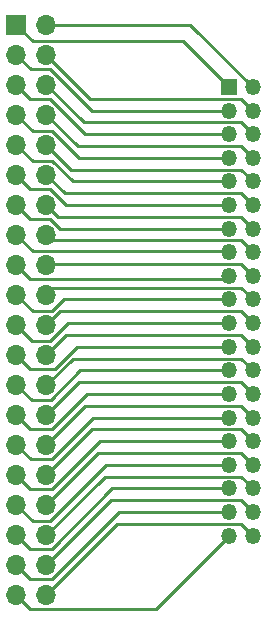
<source format=gbr>
%TF.GenerationSoftware,KiCad,Pcbnew,7.0.7*%
%TF.CreationDate,2023-09-14T14:18:27+01:00*%
%TF.ProjectId,2.00mm-2.54mm Adapter,322e3030-6d6d-42d3-922e-35346d6d2041,rev?*%
%TF.SameCoordinates,Original*%
%TF.FileFunction,Copper,L1,Top*%
%TF.FilePolarity,Positive*%
%FSLAX46Y46*%
G04 Gerber Fmt 4.6, Leading zero omitted, Abs format (unit mm)*
G04 Created by KiCad (PCBNEW 7.0.7) date 2023-09-14 14:18:27*
%MOMM*%
%LPD*%
G01*
G04 APERTURE LIST*
%TA.AperFunction,ComponentPad*%
%ADD10R,1.700000X1.700000*%
%TD*%
%TA.AperFunction,ComponentPad*%
%ADD11O,1.700000X1.700000*%
%TD*%
%TA.AperFunction,ComponentPad*%
%ADD12R,1.350000X1.350000*%
%TD*%
%TA.AperFunction,ComponentPad*%
%ADD13O,1.350000X1.350000*%
%TD*%
%TA.AperFunction,Conductor*%
%ADD14C,0.250000*%
%TD*%
G04 APERTURE END LIST*
D10*
%TO.P,J102,1,Pin_1*%
%TO.N,/L1*%
X121000000Y-71740000D03*
D11*
%TO.P,J102,2,Pin_2*%
%TO.N,/R1*%
X123540000Y-71740000D03*
%TO.P,J102,3,Pin_3*%
%TO.N,/L2*%
X121000000Y-74280000D03*
%TO.P,J102,4,Pin_4*%
%TO.N,/R2*%
X123540000Y-74280000D03*
%TO.P,J102,5,Pin_5*%
%TO.N,/L3*%
X121000000Y-76820000D03*
%TO.P,J102,6,Pin_6*%
%TO.N,/R3*%
X123540000Y-76820000D03*
%TO.P,J102,7,Pin_7*%
%TO.N,/L4*%
X121000000Y-79360000D03*
%TO.P,J102,8,Pin_8*%
%TO.N,/R4*%
X123540000Y-79360000D03*
%TO.P,J102,9,Pin_9*%
%TO.N,/L5*%
X121000000Y-81900000D03*
%TO.P,J102,10,Pin_10*%
%TO.N,/R5*%
X123540000Y-81900000D03*
%TO.P,J102,11,Pin_11*%
%TO.N,/L6*%
X121000000Y-84440000D03*
%TO.P,J102,12,Pin_12*%
%TO.N,/R6*%
X123540000Y-84440000D03*
%TO.P,J102,13,Pin_13*%
%TO.N,/L7*%
X121000000Y-86980000D03*
%TO.P,J102,14,Pin_14*%
%TO.N,/R7*%
X123540000Y-86980000D03*
%TO.P,J102,15,Pin_15*%
%TO.N,/L8*%
X121000000Y-89520000D03*
%TO.P,J102,16,Pin_16*%
%TO.N,/R8*%
X123540000Y-89520000D03*
%TO.P,J102,17,Pin_17*%
%TO.N,/L9*%
X121000000Y-92060000D03*
%TO.P,J102,18,Pin_18*%
%TO.N,/R9*%
X123540000Y-92060000D03*
%TO.P,J102,19,Pin_19*%
%TO.N,/L10*%
X121000000Y-94600000D03*
%TO.P,J102,20,Pin_20*%
%TO.N,/R10*%
X123540000Y-94600000D03*
%TO.P,J102,21,Pin_21*%
%TO.N,/L11*%
X121000000Y-97140000D03*
%TO.P,J102,22,Pin_22*%
%TO.N,/R11*%
X123540000Y-97140000D03*
%TO.P,J102,23,Pin_23*%
%TO.N,/L12*%
X121000000Y-99680000D03*
%TO.P,J102,24,Pin_24*%
%TO.N,/R12*%
X123540000Y-99680000D03*
%TO.P,J102,25,Pin_25*%
%TO.N,/L13*%
X121000000Y-102220000D03*
%TO.P,J102,26,Pin_26*%
%TO.N,/R13*%
X123540000Y-102220000D03*
%TO.P,J102,27,Pin_27*%
%TO.N,/L14*%
X121000000Y-104760000D03*
%TO.P,J102,28,Pin_28*%
%TO.N,/R14*%
X123540000Y-104760000D03*
%TO.P,J102,29,Pin_29*%
%TO.N,/L15*%
X121000000Y-107300000D03*
%TO.P,J102,30,Pin_30*%
%TO.N,/R15*%
X123540000Y-107300000D03*
%TO.P,J102,31,Pin_31*%
%TO.N,/L16*%
X121000000Y-109840000D03*
%TO.P,J102,32,Pin_32*%
%TO.N,/R16*%
X123540000Y-109840000D03*
%TO.P,J102,33,Pin_33*%
%TO.N,/L17*%
X121000000Y-112380000D03*
%TO.P,J102,34,Pin_34*%
%TO.N,/R17*%
X123540000Y-112380000D03*
%TO.P,J102,35,Pin_35*%
%TO.N,/L18*%
X121000000Y-114920000D03*
%TO.P,J102,36,Pin_36*%
%TO.N,/R18*%
X123540000Y-114920000D03*
%TO.P,J102,37,Pin_37*%
%TO.N,/L19*%
X121000000Y-117460000D03*
%TO.P,J102,38,Pin_38*%
%TO.N,/R19*%
X123540000Y-117460000D03*
%TO.P,J102,39,Pin_39*%
%TO.N,/L20*%
X121000000Y-120000000D03*
%TO.P,J102,40,Pin_40*%
%TO.N,/R20*%
X123540000Y-120000000D03*
%TD*%
D12*
%TO.P,J101,1,Pin_1*%
%TO.N,/L1*%
X139000000Y-77000000D03*
D13*
%TO.P,J101,2,Pin_2*%
%TO.N,/R1*%
X141000000Y-77000000D03*
%TO.P,J101,3,Pin_3*%
%TO.N,/L2*%
X139000000Y-79000000D03*
%TO.P,J101,4,Pin_4*%
%TO.N,/R2*%
X141000000Y-79000000D03*
%TO.P,J101,5,Pin_5*%
%TO.N,/L3*%
X139000000Y-81000000D03*
%TO.P,J101,6,Pin_6*%
%TO.N,/R3*%
X141000000Y-81000000D03*
%TO.P,J101,7,Pin_7*%
%TO.N,/L4*%
X139000000Y-83000000D03*
%TO.P,J101,8,Pin_8*%
%TO.N,/R4*%
X141000000Y-83000000D03*
%TO.P,J101,9,Pin_9*%
%TO.N,/L5*%
X139000000Y-85000000D03*
%TO.P,J101,10,Pin_10*%
%TO.N,/R5*%
X141000000Y-85000000D03*
%TO.P,J101,11,Pin_11*%
%TO.N,/L6*%
X139000000Y-87000000D03*
%TO.P,J101,12,Pin_12*%
%TO.N,/R6*%
X141000000Y-87000000D03*
%TO.P,J101,13,Pin_13*%
%TO.N,/L7*%
X139000000Y-89000000D03*
%TO.P,J101,14,Pin_14*%
%TO.N,/R7*%
X141000000Y-89000000D03*
%TO.P,J101,15,Pin_15*%
%TO.N,/L8*%
X139000000Y-91000000D03*
%TO.P,J101,16,Pin_16*%
%TO.N,/R8*%
X141000000Y-91000000D03*
%TO.P,J101,17,Pin_17*%
%TO.N,/L9*%
X139000000Y-93000000D03*
%TO.P,J101,18,Pin_18*%
%TO.N,/R9*%
X141000000Y-93000000D03*
%TO.P,J101,19,Pin_19*%
%TO.N,/L10*%
X139000000Y-95000000D03*
%TO.P,J101,20,Pin_20*%
%TO.N,/R10*%
X141000000Y-95000000D03*
%TO.P,J101,21,Pin_21*%
%TO.N,/L11*%
X139000000Y-97000000D03*
%TO.P,J101,22,Pin_22*%
%TO.N,/R11*%
X141000000Y-97000000D03*
%TO.P,J101,23,Pin_23*%
%TO.N,/L12*%
X139000000Y-99000000D03*
%TO.P,J101,24,Pin_24*%
%TO.N,/R12*%
X141000000Y-99000000D03*
%TO.P,J101,25,Pin_25*%
%TO.N,/L13*%
X139000000Y-101000000D03*
%TO.P,J101,26,Pin_26*%
%TO.N,/R13*%
X141000000Y-101000000D03*
%TO.P,J101,27,Pin_27*%
%TO.N,/L14*%
X139000000Y-103000000D03*
%TO.P,J101,28,Pin_28*%
%TO.N,/R14*%
X141000000Y-103000000D03*
%TO.P,J101,29,Pin_29*%
%TO.N,/L15*%
X139000000Y-105000000D03*
%TO.P,J101,30,Pin_30*%
%TO.N,/R15*%
X141000000Y-105000000D03*
%TO.P,J101,31,Pin_31*%
%TO.N,/L16*%
X139000000Y-107000000D03*
%TO.P,J101,32,Pin_32*%
%TO.N,/R16*%
X141000000Y-107000000D03*
%TO.P,J101,33,Pin_33*%
%TO.N,/L17*%
X139000000Y-109000000D03*
%TO.P,J101,34,Pin_34*%
%TO.N,/R17*%
X141000000Y-109000000D03*
%TO.P,J101,35,Pin_35*%
%TO.N,/L18*%
X139000000Y-111000000D03*
%TO.P,J101,36,Pin_36*%
%TO.N,/R18*%
X141000000Y-111000000D03*
%TO.P,J101,37,Pin_37*%
%TO.N,/L19*%
X139000000Y-113000000D03*
%TO.P,J101,38,Pin_38*%
%TO.N,/R19*%
X141000000Y-113000000D03*
%TO.P,J101,39,Pin_39*%
%TO.N,/L20*%
X139000000Y-115000000D03*
%TO.P,J101,40,Pin_40*%
%TO.N,/R20*%
X141000000Y-115000000D03*
%TD*%
D14*
%TO.N,/L1*%
X122365000Y-73105000D02*
X121000000Y-71740000D01*
X139000000Y-77000000D02*
X135105000Y-73105000D01*
X135105000Y-73105000D02*
X122365000Y-73105000D01*
%TO.N,/R1*%
X141000000Y-77000000D02*
X135740000Y-71740000D01*
X135740000Y-71740000D02*
X123540000Y-71740000D01*
%TO.N,/L2*%
X127381701Y-79000000D02*
X123881701Y-75500000D01*
X122220000Y-75500000D02*
X121000000Y-74280000D01*
X123881701Y-75500000D02*
X122220000Y-75500000D01*
X139000000Y-79000000D02*
X127381701Y-79000000D01*
%TO.N,/R2*%
X140000000Y-78000000D02*
X127260000Y-78000000D01*
X141000000Y-79000000D02*
X140000000Y-78000000D01*
X127260000Y-78000000D02*
X123540000Y-74280000D01*
%TO.N,/L3*%
X123841701Y-78000000D02*
X122180000Y-78000000D01*
X126841701Y-81000000D02*
X123841701Y-78000000D01*
X139000000Y-81000000D02*
X126841701Y-81000000D01*
X122180000Y-78000000D02*
X121000000Y-76820000D01*
%TO.N,/R3*%
X126720000Y-80000000D02*
X123540000Y-76820000D01*
X140000000Y-80000000D02*
X126720000Y-80000000D01*
X141000000Y-81000000D02*
X140000000Y-80000000D01*
%TO.N,/L4*%
X122365000Y-80725000D02*
X121000000Y-79360000D01*
X124026701Y-80725000D02*
X122365000Y-80725000D01*
X139000000Y-83000000D02*
X126301701Y-83000000D01*
X126301701Y-83000000D02*
X124026701Y-80725000D01*
%TO.N,/R4*%
X141000000Y-83000000D02*
X140000000Y-82000000D01*
X126180000Y-82000000D02*
X123540000Y-79360000D01*
X140000000Y-82000000D02*
X126180000Y-82000000D01*
%TO.N,/L5*%
X139000000Y-85000000D02*
X125761701Y-85000000D01*
X124026701Y-83265000D02*
X122365000Y-83265000D01*
X125761701Y-85000000D02*
X124026701Y-83265000D01*
X122365000Y-83265000D02*
X121000000Y-81900000D01*
%TO.N,/R5*%
X141000000Y-85000000D02*
X140000000Y-84000000D01*
X140000000Y-84000000D02*
X125640000Y-84000000D01*
X125640000Y-84000000D02*
X123540000Y-81900000D01*
%TO.N,/L6*%
X139000000Y-87000000D02*
X125221701Y-87000000D01*
X122175000Y-85615000D02*
X121000000Y-84440000D01*
X125221701Y-87000000D02*
X123836701Y-85615000D01*
X123836701Y-85615000D02*
X122175000Y-85615000D01*
%TO.N,/R6*%
X140000000Y-86000000D02*
X125100000Y-86000000D01*
X125100000Y-86000000D02*
X123540000Y-84440000D01*
X141000000Y-87000000D02*
X140000000Y-86000000D01*
%TO.N,/L7*%
X123836701Y-88155000D02*
X122175000Y-88155000D01*
X124681701Y-89000000D02*
X123836701Y-88155000D01*
X139000000Y-89000000D02*
X124681701Y-89000000D01*
X122175000Y-88155000D02*
X121000000Y-86980000D01*
%TO.N,/R7*%
X141000000Y-89000000D02*
X140000000Y-88000000D01*
X140000000Y-88000000D02*
X124560000Y-88000000D01*
X124560000Y-88000000D02*
X123540000Y-86980000D01*
%TO.N,/L8*%
X122365000Y-90885000D02*
X121000000Y-89520000D01*
X139000000Y-91000000D02*
X138885000Y-90885000D01*
X138885000Y-90885000D02*
X122365000Y-90885000D01*
%TO.N,/R8*%
X141000000Y-91000000D02*
X140000000Y-90000000D01*
X124020000Y-90000000D02*
X123540000Y-89520000D01*
X140000000Y-90000000D02*
X124020000Y-90000000D01*
%TO.N,/L9*%
X139000000Y-93000000D02*
X138765000Y-93235000D01*
X122175000Y-93235000D02*
X121000000Y-92060000D01*
X138765000Y-93235000D02*
X122175000Y-93235000D01*
%TO.N,/R9*%
X123600000Y-92000000D02*
X123540000Y-92060000D01*
X140000000Y-92000000D02*
X123600000Y-92000000D01*
X141000000Y-93000000D02*
X140000000Y-92000000D01*
%TO.N,/L10*%
X122365000Y-95965000D02*
X121000000Y-94600000D01*
X124991701Y-95000000D02*
X124026701Y-95965000D01*
X139000000Y-95000000D02*
X124991701Y-95000000D01*
X124026701Y-95965000D02*
X122365000Y-95965000D01*
%TO.N,/R10*%
X140000000Y-94000000D02*
X124140000Y-94000000D01*
X141000000Y-95000000D02*
X140000000Y-94000000D01*
X124140000Y-94000000D02*
X123540000Y-94600000D01*
%TO.N,/L11*%
X125341701Y-97000000D02*
X123841701Y-98500000D01*
X139000000Y-97000000D02*
X125341701Y-97000000D01*
X123841701Y-98500000D02*
X122360000Y-98500000D01*
X122360000Y-98500000D02*
X121000000Y-97140000D01*
%TO.N,/R11*%
X124680000Y-96000000D02*
X123540000Y-97140000D01*
X140000000Y-96000000D02*
X124680000Y-96000000D01*
X141000000Y-97000000D02*
X140000000Y-96000000D01*
%TO.N,/L12*%
X122175000Y-100855000D02*
X121000000Y-99680000D01*
X124268604Y-100855000D02*
X122175000Y-100855000D01*
X139000000Y-99000000D02*
X126123604Y-99000000D01*
X126123604Y-99000000D02*
X124268604Y-100855000D01*
%TO.N,/R12*%
X141000000Y-99000000D02*
X140000000Y-98000000D01*
X125220000Y-98000000D02*
X123540000Y-99680000D01*
X140000000Y-98000000D02*
X125220000Y-98000000D01*
%TO.N,/L13*%
X126421701Y-101000000D02*
X123921701Y-103500000D01*
X139000000Y-101000000D02*
X126421701Y-101000000D01*
X122280000Y-103500000D02*
X121000000Y-102220000D01*
X123921701Y-103500000D02*
X122280000Y-103500000D01*
%TO.N,/R13*%
X140000000Y-100000000D02*
X125760000Y-100000000D01*
X141000000Y-101000000D02*
X140000000Y-100000000D01*
X125760000Y-100000000D02*
X123540000Y-102220000D01*
%TO.N,/L14*%
X126961701Y-103000000D02*
X124026701Y-105935000D01*
X139000000Y-103000000D02*
X126961701Y-103000000D01*
X122175000Y-105935000D02*
X121000000Y-104760000D01*
X124026701Y-105935000D02*
X122175000Y-105935000D01*
%TO.N,/R14*%
X141000000Y-103000000D02*
X140000000Y-102000000D01*
X126300000Y-102000000D02*
X123540000Y-104760000D01*
X140000000Y-102000000D02*
X126300000Y-102000000D01*
%TO.N,/L15*%
X124001701Y-108500000D02*
X122200000Y-108500000D01*
X139000000Y-105000000D02*
X127501701Y-105000000D01*
X122200000Y-108500000D02*
X121000000Y-107300000D01*
X127501701Y-105000000D02*
X124001701Y-108500000D01*
%TO.N,/R15*%
X140000000Y-104000000D02*
X126840000Y-104000000D01*
X126840000Y-104000000D02*
X123540000Y-107300000D01*
X141000000Y-105000000D02*
X140000000Y-104000000D01*
%TO.N,/L16*%
X124026701Y-111015000D02*
X122175000Y-111015000D01*
X128041701Y-107000000D02*
X124026701Y-111015000D01*
X122175000Y-111015000D02*
X121000000Y-109840000D01*
X139000000Y-107000000D02*
X128041701Y-107000000D01*
%TO.N,/R16*%
X141000000Y-107000000D02*
X140000000Y-106000000D01*
X140000000Y-106000000D02*
X127380000Y-106000000D01*
X127380000Y-106000000D02*
X123540000Y-109840000D01*
%TO.N,/L17*%
X123836701Y-113745000D02*
X122365000Y-113745000D01*
X139000000Y-109000000D02*
X128581701Y-109000000D01*
X128581701Y-109000000D02*
X123836701Y-113745000D01*
X122365000Y-113745000D02*
X121000000Y-112380000D01*
%TO.N,/R17*%
X127920000Y-108000000D02*
X123540000Y-112380000D01*
X141000000Y-109000000D02*
X140000000Y-108000000D01*
X140000000Y-108000000D02*
X127920000Y-108000000D01*
%TO.N,/L18*%
X124026701Y-116095000D02*
X122175000Y-116095000D01*
X122175000Y-116095000D02*
X121000000Y-114920000D01*
X129121701Y-111000000D02*
X124026701Y-116095000D01*
X139000000Y-111000000D02*
X129121701Y-111000000D01*
%TO.N,/R18*%
X128460000Y-110000000D02*
X123540000Y-114920000D01*
X140000000Y-110000000D02*
X128460000Y-110000000D01*
X141000000Y-111000000D02*
X140000000Y-110000000D01*
%TO.N,/L19*%
X122175000Y-118635000D02*
X121000000Y-117460000D01*
X129661701Y-113000000D02*
X124026701Y-118635000D01*
X124026701Y-118635000D02*
X122175000Y-118635000D01*
X139000000Y-113000000D02*
X129661701Y-113000000D01*
%TO.N,/R19*%
X141000000Y-113000000D02*
X140000000Y-112000000D01*
X129000000Y-112000000D02*
X123540000Y-117460000D01*
X140000000Y-112000000D02*
X129000000Y-112000000D01*
%TO.N,/L20*%
X122175000Y-121175000D02*
X121000000Y-120000000D01*
X139000000Y-115000000D02*
X132825000Y-121175000D01*
X132825000Y-121175000D02*
X122175000Y-121175000D01*
%TO.N,/R20*%
X140000000Y-114000000D02*
X129540000Y-114000000D01*
X129540000Y-114000000D02*
X123540000Y-120000000D01*
X141000000Y-115000000D02*
X140000000Y-114000000D01*
%TD*%
M02*

</source>
